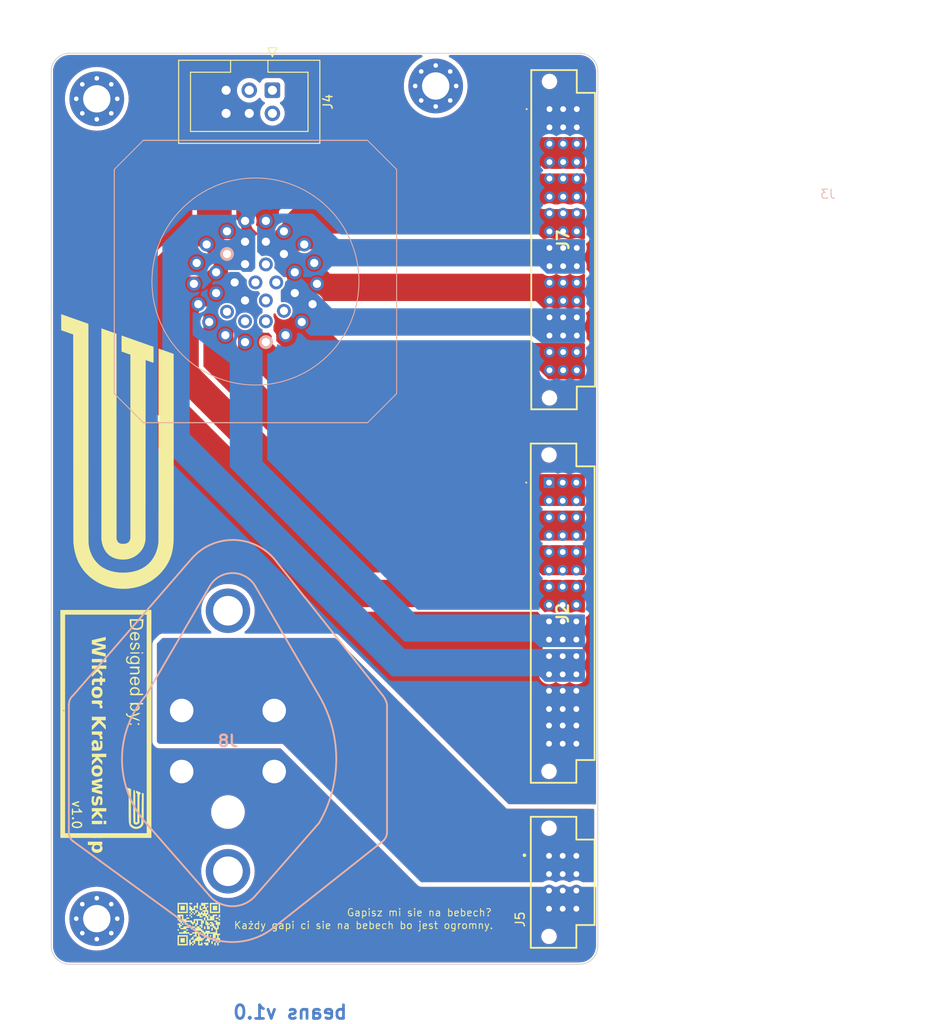
<source format=kicad_pcb>
(kicad_pcb (version 20221018) (generator pcbnew)
  (title_block (rev "${REVISION}") (company "Author:") (comment 1 "Reviewer:"))
  (layers (0 "F.Cu" signal) (1 "In1.Cu" signal) (2 "In2.Cu" signal) (31 "B.Cu" signal) (34 "B.Paste" user) (35 "F.Paste" user) (36 "B.SilkS" user "B.Silkscreen") (37 "F.SilkS" user "F.Silkscreen") (38 "B.Mask" user) (39 "F.Mask" user) (44 "Edge.Cuts" user))
  (property "REVISION" "1.0")
  (net 0 "")
  (net 1 "/AIR PRESSURE 24VDC")
  (net 2 "/BSPD 24VDC")
  (net 3 "/ASMS SOURCE")
  (net 4 "/PC 24VDC 1")
  (net 5 "/BRAKE BALANCE 24VDC")
  (net 6 "/PC 24VDC 3")
  (net 7 "/PC 24VDC 5")
  (net 9 "/INVERTER 1 24VDC")
  (net 10 "/HV LOGIKA 1 24VDC")
  (net 11 "/ASMS IN")
  (net 12 "/CAN_+")
  (net 13 "/CAN_-")
  (net 15 "/+24V")
  (net 16 "/GND")
  (net 17 "/REARBOX 5 24VDC")
  (net 19 "/FAN")
  (net 20 "/PUMP_1")
  (net 21 "/PUMP_2")
  (footprint "UPT-08-07-01-L-V:UPS0807001LV" (layer "F.Cu") (at 153.65 77.13 90)
    (fp_text reference "J2" (at -14.335 1.5 90) (layer "F.SilkS") (effects (font (size 1.27 1.27) (thickness 0.254))))
    (fp_text value "UPS-08-07.0-01-L-V" hide)
    (pad "" np_thru_hole circle (at -31.705 0 90) (size 1.19 1.19) (drill 1.19) (layers "*.Cu" "*.Mask"))
    (pad "" np_thru_hole circle (at 3.035 0 90) (size 1.19 1.19) (drill 1.19) (layers "*.Cu" "*.Mask"))
    (pad "A1" thru_hole rect (at 0 0 90) (size 1.173 1.173) (drill 0.64) (layers "*.Cu" "*.Mask") (net 3 "/ASMS SOURCE"))
    (pad "A2" thru_hole circle (at 0 1.5 90) (size 1.173 1.173) (drill 0.64) (layers "*.Cu" "*.Mask") (net 3 "/ASMS SOURCE"))
    (pad "A3" thru_hole circle (at 0 3 90) (size 1.173 1.173) (drill 0.64) (layers "*.Cu" "*.Mask") (net 3 "/ASMS SOURCE"))
    (pad "A4" thru_hole circle (at -2 0 90) (size 1.173 1.173) (drill 0.64) (layers "*.Cu" "*.Mask") (net 3 "/ASMS SOURCE"))
    (pad "A5" thru_hole circle (at -2 1.5 90) (size 1.173 1.173) (drill 0.64) (layers "*.Cu" "*.Mask") (net 3 "/ASMS SOURCE"))
    (pad "A6" thru_hole circle (at -2 3 90) (size 1.173 1.173) (drill 0.64) (layers "*.Cu" "*.Mask") (net 3 "/ASMS SOURCE"))
    (pad "B1" thru_hole circle (at -3.81 0 90) (size 1.173 1.173) (drill 0.64) (layers "*.Cu" "*.Mask") (net 21 "/PUMP_2"))
    (pad "B2" thru_hole circle (at -3.81 1.5 90) (size 1.173 1.173) (drill 0.64) (layers "*.Cu" "*.Mask") (net 21 "/PUMP_2"))
    (pad "B3" thru_hole circle (at -3.81 3 90) (size 1.173 1.173) (drill 0.64) (layers "*.Cu" "*.Mask") (net 21 "/PUMP_2"))
    (pad "B4" thru_hole circle (at -5.81 0 90) (size 1.173 1.173) (drill 0.64) (layers "*.Cu" "*.Mask") (net 21 "/PUMP_2"))
    (pad "B5" thru_hole circle (at -5.81 1.5 90) (size 1.173 1.173) (drill 0.64) (layers "*.Cu" "*.Mask") (net 21 "/PUMP_2"))
    (pad "B6" thru_hole circle (at -5.81 3 90) (size 1.173 1.173) (drill 0.64) (layers "*.Cu" "*.Mask") (net 21 "/PUMP_2"))
    (pad "C1" thru_hole circle (at -7.62 0 90) (size 1.173 1.173) (drill 0.64) (layers "*.Cu" "*.Mask") (net 1 "/AIR PRESSURE 24VDC"))
    (pad "C2" thru_hole circle (at -7.62 1.5 90) (size 1.173 1.173) (drill 0.64) (layers "*.Cu" "*.Mask") (net 1 "/AIR PRESSURE 24VDC"))
    (pad "C3" thru_hole circle (at -7.62 3 90) (size 1.173 1.173) (drill 0.64) (layers "*.Cu" "*.Mask") (net 1 "/AIR PRESSURE 24VDC"))
    (pad "C4" thru_hole circle (at -9.62 0 90) (size 1.173 1.173) (drill 0.64) (layers "*.Cu" "*.Mask") (net 1 "/AIR PRESSURE 24VDC"))
    (pad "C5" thru_hole circle (at -9.62 1.5 90) (size 1.173 1.173) (drill 0.64) (layers "*.Cu" "*.Mask") (net 1 "/AIR PRESSURE 24VDC"))
    (pad "C6" thru_hole circle (at -9.62 3 90) (size 1.173 1.173) (drill 0.64) (layers "*.Cu" "*.Mask") (net 1 "/AIR PRESSURE 24VDC"))
    (pad "D1" thru_hole circle (at -11.43 0 90) (size 1.173 1.173) (drill 0.64) (layers "*.Cu" "*.Mask") (net 17 "/REARBOX 5 24VDC"))
    (pad "D2" thru_hole circle (at -11.43 1.5 90) (size 1.173 1.173) (drill 0.64) (layers "*.Cu" "*.Mask") (net 17 "/REARBOX 5 24VDC"))
    (pad "D3" thru_hole circle (at -11.43 3 90) (size 1.173 1.173) (drill 0.64) (layers "*.Cu" "*.Mask") (net 17 "/REARBOX 5 24VDC"))
    (pad "D4" thru_hole circle (at -13.43 0 90) (size 1.173 1.173) (drill 0.64) (layers "*.Cu" "*.Mask") (net 17 "/REARBOX 5 24VDC"))
    (pad "D5" thru_hole circle (at -13.43 1.5 90) (size 1.173 1.173) (drill 0.64) (layers "*.Cu" "*.Mask") (net 17 "/REARBOX 5 24VDC"))
    (pad "D6" thru_hole circle (at -13.43 3 90) (size 1.173 1.173) (drill 0.64) (layers "*.Cu" "*.Mask") (net 17 "/REARBOX 5 24VDC"))
    (pad "E1" thru_hole circle (at -15.24 0 90) (size 1.173 1.173) (drill 0.64) (layers "*.Cu" "*.Mask") (net 10 "/HV LOGIKA 1 24VDC"))
    (pad "E2" thru_hole circle (at -15.24 1.5 90) (size 1.173 1.173) (drill 0.64) (layers "*.Cu" "*.Mask") (net 10 "/HV LOGIKA 1 24VDC"))
    (pad "E3" thru_hole circle (at -15.24 3 90) (size 1.173 1.173) (drill 0.64) (layers "*.Cu" "*.Mask") (net 10 "/HV LOGIKA 1 24VDC"))
    (pad "E4" thru_hole circle (at -17.24 0 90) (size 1.173 1.173) (drill 0.64) (layers "*.Cu" "*.Mask") (net 10 "/HV LOGIKA 1 24VDC"))
    (pad "E5" thru_hole circle (at -17.24 1.5 90) (size 1.173 1.173) (drill 0.64) (layers "*.Cu" "*.Mask") (net 10 "/HV LOGIKA 1 24VDC"))
    (pad "E6" thru_hole circle (at -17.24 3 90) (size 1.173 1.173) (drill 0.64) (layers "*.Cu" "*.Mask") (net 10 "/HV LOGIKA 1 24VDC"))
    (pad "F1" thru_hole circle (at -19.05 0 90) (size 1.173 1.173) (drill 0.64) (layers "*.Cu" "*.Mask") (net 2 "/BSPD 24VDC"))
    (pad "F2" thru_hole circle (at -19.05 1.5 90) (size 1.173 1.173) (drill 0.64) (layers "*.Cu" "*.Mask") (net 2 "/BSPD 24VDC"))
    (pad "F3" thru_hole circle (at -19.05 3 90) (size 1.173 1.173) (drill 0.64) (layers "*.Cu" "*.Mask") (net 2 "/BSPD 24VDC"))
    (pad "F4" thru_hole circle (at -21.05 0 90) (size 1.173 1.173) (drill 0.64) (layers "*.Cu" "*.Mask") (net 2 "/BSPD 24VDC"))
    (pad "F5" thru_hole circle (at -21.05 1.5 90) (size 1.173 1.173) (drill 0.64) (layers "*.Cu" "*.Mask") (net 2 "/BSPD 24VDC"))
    (pad "F6" thru_hole circle (at -21.05 3 90) (size 1.173 1.173) (drill 0.64) (layers "*.Cu" "*.Mask") (net 2 "/BSPD 24VDC"))
    (pad "G1" thru_hole circle (at -22.86 0 90) (size 1.173 1.173) (drill 0.64) (layers "*.Cu" "*.Mask") (net 16 "/GND"))
    (pad "G2" thru_hole circle (at -22.86 1.5 90) (size 1.173 1.173) (drill 0.64) (layers "*.Cu" "*.Mask") (net 16 "/GND"))
    (pad "G3" thru_hole circle (at -22.86 3 90) (size 1.173 1.173) (drill 0.64) (layers "*.Cu" "*.Mask") (net 16 "/GND"))
    (pad "G4" thru_hole circle (at -24.86 0 90) (size 1.173 1.173) (drill 0.64) (layers "*.Cu" "*.Mask") (net 16 "/GND"))
    (pad "G5" thru_hole circle (at -24.86 1.5 90) (size 1.173 1.173) (drill 0.64) (layers "*.Cu" "*.Mask" "Eco1.User") (net 16 "/GND"))
    (pad "G6" thru_hole circle (at -24.86 3 90) (size 1.173 1.173) (drill 0.64) (layers "*.Cu" "*.Mask") (net 16 "/GND"))
    (pad "H1" thru_hole circle (at -26.67 0 90) (size 1.173 1.173) (drill 0.64) (layers "*.Cu" "*.Mask") (net 16 "/GND"))
    (pad "H2" thru_hole circle (at -26.67 1.5 90) (size 1.173 1.173) (drill 0.64) (layers "*.Cu" "*.Mask") (net 16 "/GND"))
    (pad "H3" thru_hole circle (at -26.67 3 90) (size 1.173 1.173) (drill 0.64) (layers "*.Cu" "*.Mask") (net 16 "/GND"))
    (pad "H4" thru_hole circle (at -28.67 0 90) (size 1.173 1.173) (drill 0.64) (layers "*.Cu" "*.Mask") (net 16 "/GND"))
    (pad "H5" thru_hole circle (at -28.67 1.5 90) (size 1.173 1.173) (drill 0.64) (layers "*.Cu" "*.Mask") (net 16 "/GND"))
    (pad "H6" thru_hole circle (at -28.67 3 90) (size 1.173 1.173) (drill 0.64) (layers "*.Cu" "*.Mask") (net 16 "/GND"))
  )
  (footprint "UPT-08-07-01-L-V:UPS0807001LV" (layer "F.Cu") (at 153.7 36.13 90)
    (fp_text reference "J7" (at -14.335 1.5 90) (layer "F.SilkS") (effects (font (size 1.27 1.27) (thickness 0.254))))
    (fp_text value "UPS-08-07.0-01-L-V" hide)
    (pad "" np_thru_hole circle (at -31.705 0 90) (size 1.19 1.19) (drill 1.19) (layers "*.Cu" "*.Mask"))
    (pad "" np_thru_hole circle (at 3.035 0 90) (size 1.19 1.19) (drill 1.19) (layers "*.Cu" "*.Mask"))
    (pad "A1" thru_hole rect (at 0 0 90) (size 1.173 1.173) (drill 0.64) (layers "*.Cu" "*.Mask") (net 16 "/GND"))
    (pad "A2" thru_hole circle (at 0 1.5 90) (size 1.173 1.173) (drill 0.64) (layers "*.Cu" "*.Mask") (net 16 "/GND"))
    (pad "A3" thru_hole circle (at 0 3 90) (size 1.173 1.173) (drill 0.64) (layers "*.Cu" "*.Mask") (net 16 "/GND"))
    (pad "A4" thru_hole circle (at -2 0 90) (size 1.173 1.173) (drill 0.64) (layers "*.Cu" "*.Mask") (net 16 "/GND"))
    (pad "A5" thru_hole circle (at -2 1.5 90) (size 1.173 1.173) (drill 0.64) (layers "*.Cu" "*.Mask") (net 16 "/GND"))
    (pad "A6" thru_hole circle (at -2 3 90) (size 1.173 1.173) (drill 0.64) (layers "*.Cu" "*.Mask") (net 16 "/GND"))
    (pad "B1" thru_hole circle (at -3.81 0 90) (size 1.173 1.173) (drill 0.64) (layers "*.Cu" "*.Mask") (net 20 "/PUMP_1"))
    (pad "B2" thru_hole circle (at -3.81 1.5 90) (size 1.173 1.173) (drill 0.64) (layers "*.Cu" "*.Mask") (net 20 "/PUMP_1"))
    (pad "B3" thru_hole circle (at -3.81 3 90) (size 1.173 1.173) (drill 0.64) (layers "*.Cu" "*.Mask") (net 20 "/PUMP_1"))
    (pad "B4" thru_hole circle (at -5.81 0 90) (size 1.173 1.173) (drill 0.64) (layers "*.Cu" "*.Mask") (net 20 "/PUMP_1"))
    (pad "B5" thru_hole circle (at -5.81 1.5 90) (size 1.173 1.173) (drill 0.64) (layers "*.Cu" "*.Mask") (net 20 "/PUMP_1"))
    (pad "B6" thru_hole circle (at -5.81 3 90) (size 1.173 1.173) (drill 0.64) (layers "*.Cu" "*.Mask") (net 20 "/PUMP_1"))
    (pad "C1" thru_hole circle (at -7.62 0 90) (size 1.173 1.173) (drill 0.64) (layers "*.Cu" "*.Mask") (net 7 "/PC 24VDC 5"))
    (pad "C2" thru_hole circle (at -7.62 1.5 90) (size 1.173 1.173) (drill 0.64) (layers "*.Cu" "*.Mask") (net 7 "/PC 24VDC 5"))
    (pad "C3" thru_hole circle (at -7.62 3 90) (size 1.173 1.173) (drill 0.64) (layers "*.Cu" "*.Mask") (net 7 "/PC 24VDC 5"))
    (pad "C4" thru_hole circle (at -9.62 0 90) (size 1.173 1.173) (drill 0.64) (layers "*.Cu" "*.Mask") (net 7 "/PC 24VDC 5"))
    (pad "C5" thru_hole circle (at -9.62 1.5 90) (size 1.173 1.173) (drill 0.64) (layers "*.Cu" "*.Mask") (net 7 "/PC 24VDC 5"))
    (pad "C6" thru_hole circle (at -9.62 3 90) (size 1.173 1.173) (drill 0.64) (layers "*.Cu" "*.Mask") (net 7 "/PC 24VDC 5"))
    (pad "D1" thru_hole circle (at -11.43 0 90) (size 1.173 1.173) (drill 0.64) (layers "*.Cu" "*.Mask") (net 6 "/PC 24VDC 3"))
    (pad "D2" thru_hole circle (at -11.43 1.5 90) (size 1.173 1.173) (drill 0.64) (layers "*.Cu" "*.Mask") (net 6 "/PC 24VDC 3"))
    (pad "D3" thru_hole circle (at -11.43 3 90) (size 1.173 1.173) (drill 0.64) (layers "*.Cu" "*.Mask") (net 6 "/PC 24VDC 3"))
    (pad "D4" thru_hole circle (at -13.43 0 90) (size 1.173 1.173) (drill 0.64) (layers "*.Cu" "*.Mask") (net 6 "/PC 24VDC 3"))
    (pad "D5" thru_hole circle (at -13.43 1.5 90) (size 1.173 1.173) (drill 0.64) (layers "*.Cu" "*.Mask") (net 6 "/PC 24VDC 3"))
    (pad "D6" thru_hole circle (at -13.43 3 90) (size 1.173 1.173) (drill 0.64) (layers "*.Cu" "*.Mask") (net 6 "/PC 24VDC 3"))
    (pad "E1" thru_hole circle (at -15.24 0 90) (size 1.173 1.173) (drill 0.64) (layers "*.Cu" "*.Mask") (net 9 "/INVERTER 1 24VDC"))
    (pad "E2" thru_hole circle (at -15.24 1.5 90) (size 1.173 1.173) (drill 0.64) (layers "*.Cu" "*.Mask") (net 9 "/INVERTER 1 24VDC"))
    (pad "E3" thru_hole circle (at -15.24 3 90) (size 1.173 1.173) (drill 0.64) (layers "*.Cu" "*.Mask") (net 9 "/INVERTER 1 24VDC"))
    (pad "E4" thru_hole circle (at -17.24 0 90) (size 1.173 1.173) (drill 0.64) (layers "*.Cu" "*.Mask") (net 9 "/INVERTER 1 24VDC"))
    (pad "E5" thru_hole circle (at -17.24 1.5 90) (size 1.173 1.173) (drill 0.64) (layers "*.Cu" "*.Mask") (net 9 "/INVERTER 1 24VDC"))
    (pad "E6" thru_hole circle (at -17.24 3 90) (size 1.173 1.173) (drill 0.64) (layers "*.Cu" "*.Mask") (net 9 "/INVERTER 1 24VDC"))
    (pad "F1" thru_hole circle (at -19.05 0 90) (size 1.173 1.173) (drill 0.64) (layers "*.Cu" "*.Mask") (net 5 "/BRAKE BALANCE 24VDC"))
    (pad "F2" thru_hole circle (at -19.05 1.5 90) (size 1.173 1.173) (drill 0.64) (layers "*.Cu" "*.Mask") (net 5 "/BRAKE BALANCE 24VDC"))
    (pad "F3" thru_hole circle (at -19.05 3 90) (size 1.173 1.173) (drill 0.64) (layers "*.Cu" "*.Mask") (net 5 "/BRAKE BALANCE 24VDC"))
    (pad "F4" thru_hole circle (at -21.05 0 90) (size 1.173 1.173) (drill 0.64) (layers "*.Cu" "*.Mask") (net 5 "/BRAKE BALANCE 24VDC"))
    (pad "F5" thru_hole circle (at -21.05 1.5 90) (size 1.173 1.173) (drill 0.64) (layers "*.Cu" "*.Mask") (net 5 "/BRAKE BALANCE 24VDC"))
    (pad "F6" thru_hole circle (at -21.05 3 90) (size 1.173 1.173) (drill 0.64) (layers "*.Cu" "*.Mask") (net 5 "/BRAKE BALANCE 24VDC"))
    (pad "G1" thru_hole circle (at -22.86 0 90) (size 1.173 1.173) (drill 0.64) (layers "*.Cu" "*.Mask") (net 4 "/PC 24VDC 1"))
    (pad "G2" thru_hole circle (at -22.86 1.5 90) (size 1.173 1.173) (drill 0.64) (layers "*.Cu" "*.Mask") (net 4 "/PC 24VDC 1"))
    (pad "G3" thru_hole circle (at -22.86 3 90) (size 1.173 1.173) (drill 0.64) (layers "*.Cu" "*.Mask") (net 4 "/PC 24VDC 1"))
    (pad "G4" thru_hole circle (at -24.86 0 90) (size 1.173 1.173) (drill 0.64) (layers "*.Cu" "*.Mask") (net 4 "/PC 24VDC 1"))
    (pad "G5" thru_hole circle (at -24.86 1.5 90) (size 1.173 1.173) (drill 0.64) (layers "*.Cu" "*.Mask") (net 4 "/PC 24VDC 1"))
    (pad "G6" thru_hole circle (at -24.86 3 90) (size 1.173 1.173) (drill 0.64) (layers "*.Cu" "*.Mask") (net 4 "/PC 24VDC 1"))
    (pad "H1" thru_hole circle (at -26.67 0 90) (size 1.173 1.173) (drill 0.64) (layers "*.Cu" "*.Mask") (net 19 "/FAN"))
    (pad "H2" thru_hole circle (at -26.67 1.5 90) (size 1.173 1.173) (drill 0.64) (layers "*.Cu" "*.Mask") (net 19 "/FAN"))
    (pad "H3" thru_hole circle (at -26.67 3 90) (size 1.173 1.173) (drill 0.64) (layers "*.Cu" "*.Mask") (net 19 "/FAN"))
    (pad "H4" thru_hole circle (at -28.67 0 90) (size 1.173 1.173) (drill 0.64) (layers "*.Cu" "*.Mask") (net 19 "/FAN"))
    (pad "H5" thru_hole circle (at -28.67 1.5 90) (size 1.173 1.173) (drill 0.64) (layers "*.Cu" "*.Mask") (net 19 "/FAN"))
    (pad "H6" thru_hole circle (at -28.67 3 90) (size 1.173 1.173) (drill 0.64) (layers "*.Cu" "*.Mask") (net 19 "/FAN"))
  )
  (footprint "MountingHole:MountingHole_3mm_Pad_Via" (layer "F.Cu") (at 141.20901 33.59099)
    (fp_text reference "xd1" hide)
    (fp_text value "MountingHole_3mm_Pad_Via")
    (pad "1" thru_hole circle (at -2.25 0) (size 0.8 0.8) (drill 0.5) (layers "*.Cu" "*.Mask"))
    (pad "1" thru_hole circle (at -1.59099 -1.59099) (size 0.8 0.8) (drill 0.5) (layers "*.Cu" "*.Mask"))
    (pad "1" thru_hole circle (at -1.59099 1.59099) (size 0.8 0.8) (drill 0.5) (layers "*.Cu" "*.Mask"))
    (pad "1" thru_hole circle (at 0 -2.25) (size 0.8 0.8) (drill 0.5) (layers "*.Cu" "*.Mask"))
    (pad "1" thru_hole circle (at 0 0) (size 6 6) (drill 3) (layers "*.Cu" "*.Mask"))
    (pad "1" thru_hole circle (at 0 2.25) (size 0.8 0.8) (drill 0.5) (layers "*.Cu" "*.Mask"))
    (pad "1" thru_hole circle (at 1.59099 -1.59099) (size 0.8 0.8) (drill 0.5) (layers "*.Cu" "*.Mask"))
    (pad "1" thru_hole circle (at 1.59099 1.59099) (size 0.8 0.8) (drill 0.5) (layers "*.Cu" "*.Mask"))
    (pad "1" thru_hole circle (at 2.25 0) (size 0.8 0.8) (drill 0.5) (layers "*.Cu" "*.Mask"))
  )
  (footprint "quirk:obamna" (layer "F.Cu") (at 115.2 125.6)
    (fp_text reference "G***" hide)
    (fp_text value "LOGO" hide)
  )
  (footprint "MountingHole:MountingHole_3mm_Pad_Via" (layer "F.Cu") (at 104 125)
    (fp_text reference "xd3" hide)
    (fp_text value "MountingHole_3mm_Pad_Via")
    (pad "1" thru_hole circle (at -2.25 0) (size 0.8 0.8) (drill 0.5) (layers "*.Cu" "*.Mask"))
    (pad "1" thru_hole circle (at -1.59099 -1.59099) (size 0.8 0.8) (drill 0.5) (layers "*.Cu" "*.Mask"))
    (pad "1" thru_hole circle (at -1.59099 1.59099) (size 0.8 0.8) (drill 0.5) (layers "*.Cu" "*.Mask"))
    (pad "1" thru_hole circle (at 0 -2.25) (size 0.8 0.8) (drill 0.5) (layers "*.Cu" "*.Mask"))
    (pad "1" thru_hole circle (at 0 0) (size 6 6) (drill 3) (layers "*.Cu" "*.Mask"))
    (pad "1" thru_hole circle (at 0 2.25) (size 0.8 0.8) (drill 0.5) (layers "*.Cu" "*.Mask"))
    (pad "1" thru_hole circle (at 1.59099 -1.59099) (size 0.8 0.8) (drill 0.5) (layers "*.Cu" "*.Mask"))
    (pad "1" thru_hole circle (at 1.59099 1.59099) (size 0.8 0.8) (drill 0.5) (layers "*.Cu" "*.Mask"))
    (pad "1" thru_hole circle (at 2.25 0) (size 0.8 0.8) (drill 0.5) (layers "*.Cu" "*.Mask"))
  )
  (footprint "UPS-02-07.0-01-L-V:SAMTEC_UPS-02-XX.X-X-X-V" (layer "F.Cu") (at 153.65 121.01 90)
    (fp_text reference "J5" (at -4.075 -3.175 90) (layer "F.SilkS"))
    (fp_text value "+24V OUT")
    (pad "" np_thru_hole circle (at -5.94 0 90) (size 1.19 1.19) (drill 1.19) (layers "*.Cu" "*.Mask"))
    (pad "" np_thru_hole circle (at 5.94 0 90) (size 1.19 1.19) (drill 1.19) (layers "*.Cu" "*.Mask"))
    (pad "1" thru_hole circle (at 0.905 0 90) (size 1.27 1.27) (drill 0.64) (layers "*.Cu" "*.Mask") (net 15 "/+24V"))
    (pad "1" thru_hole circle (at 0.905 1.5 90) (size 1.27 1.27) (drill 0.64) (layers "*.Cu" "*.Mask") (net 15 "/+24V"))
    (pad "1" thru_hole circle (at 0.905 3 90) (size 1.27 1.27) (drill 0.64) (layers "*.Cu" "*.Mask") (net 15 "/+24V"))
    (pad "1" thru_hole circle (at 2.905 0 90) (size 1.27 1.27) (drill 0.64) (layers "*.Cu" "*.Mask") (net 15 "/+24V"))
    (pad "1" thru_hole circle (at 2.905 1.5 90) (size 1.27 1.27) (drill 0.64) (layers "*.Cu" "*.Mask") (net 15 "/+24V"))
    (pad "1" thru_hole circle (at 2.905 3 90) (size 1.27 1.27) (drill 0.64) (layers "*.Cu" "*.Mask") (net 15 "/+24V"))
    (pad "2" thru_hole circle (at -2.905 0 90) (size 1.27 1.27) (drill 0.64) (layers "*.Cu" "*.Mask") (net 16 "/GND"))
    (pad "2" thru_hole circle (at -2.905 1.5 90) (size 1.27 1.27) (drill 0.64) (layers "*.Cu" "*.Mask") (net 16 "/GND"))
    (pad "2" thru_hole circle (at -2.905 3 90) (size 1.27 1.27) (drill 0.64) (layers "*.Cu" "*.Mask") (net 16 "/GND"))
    (pad "2" thru_hole circle (at -0.905 0 90) (size 1.27 1.27) (drill 0.64) (layers "*.Cu" "*.Mask") (net 16 "/GND"))
    (pad "2" thru_hole circle (at -0.905 1.5 90) (size 1.27 1.27) (drill 0.64) (layers "*.Cu" "*.Mask") (net 16 "/GND"))
    (pad "2" thru_hole circle (at -0.905 3 90) (size 1.27 1.27) (drill 0.64) (layers "*.Cu" "*.Mask") (net 16 "/GND"))
  )
  (footprint "Logos:SignatureBox25mm" (layer "F.Cu") (at 105 103.6 -90)
    (fp_text reference "G***" hide)
    (fp_text value "LOGO" hide)
  )
  (footprint "MountingHole:MountingHole_3mm_Pad_Via" (layer "F.Cu") (at 104 35)
    (fp_text reference "xd2" hide)
    (fp_text value "MountingHole_3mm_Pad_Via")
    (pad "1" thru_hole circle (at -2.25 0) (size 0.8 0.8) (drill 0.5) (layers "*.Cu" "*.Mask"))
    (pad "1" thru_hole circle (at -1.59099 -1.59099) (size 0.8 0.8) (drill 0.5) (layers "*.Cu" "*.Mask"))
    (pad "1" thru_hole circle (at -1.59099 1.59099) (size 0.8 0.8) (drill 0.5) (layers "*.Cu" "*.Mask"))
    (pad "1" thru_hole circle (at 0 -2.25) (size 0.8 0.8) (drill 0.5) (layers "*.Cu" "*.Mask"))
    (pad "1" thru_hole circle (at 0 0) (size 6 6) (drill 3) (layers "*.Cu" "*.Mask"))
    (pad "1" thru_hole circle (at 0 2.25) (size 0.8 0.8) (drill 0.5) (layers "*.Cu" "*.Mask"))
    (pad "1" thru_hole circle (at 1.59099 -1.59099) (size 0.8 0.8) (drill 0.5) (layers "*.Cu" "*.Mask"))
    (pad "1" thru_hole circle (at 1.59099 1.59099) (size 0.8 0.8) (drill 0.5) (layers "*.Cu" "*.Mask"))
    (pad "1" thru_hole circle (at 2.25 0) (size 0.8 0.8) (drill 0.5) (layers "*.Cu" "*.Mask"))
  )
  (footprint "Connector_IDC:IDC-Header_2x03_P2.54mm_Vertical" (layer "F.Cu") (at 123.28 34.06 -90)
    (fp_text reference "J4" (at 1.27 -6.1 90) (layer "F.SilkS"))
    (fp_text value "Conn_01x06")
    (pad "1" thru_hole roundrect (at 0 0 270) (size 1.7 1.7) (drill 1) (layers "*.Cu" "*.Mask") (roundrect_rratio 0.147059) (net 12 "/CAN_+"))
    (pad "2" thru_hole circle (at 2.54 0 270) (size 1.7 1.7) (drill 1) (layers "*.Cu" "*.Mask") (net 13 "/CAN_-"))
    (pad "3" thru_hole circle (at 0 2.54 270) (size 1.7 1.7) (drill 1) (layers "*.Cu" "*.Mask") (net 11 "/ASMS IN"))
    (pad "4" thru_hole circle (at 2.54 2.54 270) (size 1.7 1.7) (drill 1) (layers "*.Cu" "*.Mask") (net 16 "/GND"))
    (pad "5" thru_hole circle (at 0 5.08 270) (size 1.7 1.7) (drill 1) (layers "*.Cu" "*.Mask") (net 16 "/GND"))
    (pad "6" thru_hole circle (at 2.54 5.08 270) (size 1.7 1.7) (drill 1) (layers "*.Cu" "*.Mask") (net 16 "/GND"))
  )
  (footprint "Logos:PUTM_LOGO_35mm" (layer "F.Cu") (at 106.6 72.8 -90)
    (fp_text reference "G***" hide)
    (fp_text value "LOGO" hide)
  )
  (footprint "3RD_party:37 PIN DEUTSCH" (layer "B.Cu") (at 121.42 55.055 180)
    (fp_text reference "J3" (at -62.8616 9.5936 unlocked) (layer "B.SilkS") (effects (font (thickness 0.1)) (justify mirror)))
    (fp_text value "Conn_02x18_Counter_Clockwise")
    (pad "1" thru_hole circle (at 1.143 6.6548 180) (size 1.524 1.524) (drill 0.9) (layers "*.Cu" "*.Mask") (net 16 "/GND"))
    (pad "2" thru_hole circle (at 3.1242 5.5118 180) (size 1.524 1.524) (drill 0.9) (layers "*.Cu" "*.Mask") (net 20 "/PUMP_1"))
    (pad "3" thru_hole circle (at 5.3594 4.064 180) (size 1.524 1.524) (drill 0.9) (layers "*.Cu" "*.Mask") (net 20 "/PUMP_1"))
    (pad "4" thru_hole circle (at 6.4516 2.032 180) (size 1.524 1.524) (drill 0.9) (layers "*.Cu" "*.Mask") (net 17 "/REARBOX 5 24VDC"))
    (pad "5" thru_hole circle (at 6.7564 -0.254 180) (size 1.524 1.524) (drill 0.9) (layers "*.Cu" "*.Mask") (net 1 "/AIR PRESSURE 24VDC"))
    (pad "6" thru_hole circle (at 6.2738 -2.4892 180) (size 1.524 1.524) (drill 0.9) (layers "*.Cu" "*.Mask") (net 1 "/AIR PRESSURE 24VDC"))
    (pad "7" thru_hole circle (at 5.08 -4.445 180) (size 1.524 1.524) (drill 0.9) (layers "*.Cu" "*.Mask") (net 21 "/PUMP_2"))
    (pad "8" thru_hole circle (at 3.302 -5.8928 180) (size 1.524 1.524) (drill 0.9) (layers "*.Cu" "*.Mask") (net 21 "/PUMP_2"))
    (pad "9" thru_hole circle (at 1.143 -6.6548 180) (size 1.524 1.524) (drill 0.9) (layers "*.Cu" "*.Mask") (net 3 "/ASMS SOURCE"))
    (pad "10" thru_hole circle (at -1.143 -6.6548 180) (size 1.524 1.524) (drill 0.9) (layers "*.Cu" "*.Mask" "B.SilkS") (net 3 "/ASMS SOURCE"))
    (pad "11" thru_hole circle (at -3.302 -5.8928 180) (size 1.524 1.524) (drill 0.9) (layers "*.Cu" "*.Mask") (net 19 "/FAN"))
    (pad "12" thru_hole circle (at -5.08 -4.445 180) (size 1.524 1.524) (drill 0.9) (layers "*.Cu" "*.Mask") (net 19 "/FAN"))
    (pad "13" thru_hole circle (at -6.2738 -2.4892 180) (size 1.524 1.524) (drill 0.9) (layers "*.Cu" "*.Mask") (net 4 "/PC 24VDC 1"))
    (pad "14" thru_hole circle (at -6.7564 -0.254 180) (size 1.524 1.524) (drill 0.9) (layers "*.Cu" "*.Mask") (net 5 "/BRAKE BALANCE 24VDC"))
    (pad "15" thru_hole circle (at -6.4516 2.032 180) (size 1.524 1.524) (drill 0.9) (layers "*.Cu" "*.Mask") (net 5 "/BRAKE BALANCE 24VDC"))
    (pad "16" thru_hole circle (at -5.3594 4.064 180) (size 1.524 1.524) (drill 0.9) (layers "*.Cu" "*.Mask") (net 6 "/PC 24VDC 3"))
    (pad "17" thru_hole circle (at -3.1242 5.5118 180) (size 1.524 1.524) (drill 0.9) (layers "*.Cu" "*.Mask") (net 6 "/PC 24VDC 3"))
    (pad "18" thru_hole circle (at -1.143 6.6548 180) (size 1.524 1.524) (drill 0.9) (layers "*.Cu" "*.Mask") (net 7 "/PC 24VDC 5"))
    (pad "19" thru_hole circle (at 1.143 4.3688 180) (size 1.524 1.524) (drill 0.9) (layers "*.Cu" "*.Mask") (net 2 "/BSPD 24VDC"))
    (pad "20" thru_hole circle (at 3.1242 3.0226 180) (size 1.524 1.524) (drill 0.9) (layers "*.Cu" "*.Mask" "B.SilkS") (net 2 "/BSPD 24VDC"))
    (pad "21" thru_hole circle (at 4.318 1.016 180) (size 1.524 1.524) (drill 0.9) (layers "*.Cu" "*.Mask") (net 1 "/AIR PRESSURE 24VDC"))
    (pad "22" thru_hole circle (at 4.318 -1.27 180) (size 1.524 1.524) (drill 0.9) (layers "*.Cu" "*.Mask") (net 1 "/AIR PRESSURE 24VDC"))
    (pad "23" thru_hole circle (at 3.1242 -3.32258 180) (size 1.524 1.524) (drill 0.9) (layers "*.Cu" "*.Mask"))
    (pad "24" thru_hole circle (at 1.143 -4.3688 180) (size 1.524 1.524) (drill 0.9) (layers "*.Cu" "*.Mask"))
    (pad "25" thru_hole circle (at -1.143 -4.3688 180) (size 1.524 1.524) (drill 0.9) (layers "*.Cu" "*.Mask"))
    (pad "26" thru_hole circle (at -3.1242 -3.2258 180) (size 1.524 1.524) (drill 0.9) (layers "*.Cu" "*.Mask"))
    (pad "27" thru_hole circle (at -4.318 -1.27 180) (size 1.524 1.524) (drill 0.9) (layers "*.Cu" "*.Mask") (net 4 "/PC 24VDC 1"))
    (pad "28" thru_hole circle (at -4.318 1.016 180) (size 1.524 1.524) (drill 0.9) (layers "*.Cu" "*.Mask") (net 5 "/BRAKE BALANCE 24VDC"))
    (pad "29" thru_hole circle (at -3.1242 3.0226 180) (size 1.524 1.524) (drill 0.9) (layers "*.Cu" "*.Mask") (net 9 "/INVERTER 1 24VDC"))
    (pad "30" thru_hole circle (at -1.143 4.3688 180) (size 1.524 1.524) (drill 0.9) (layers "*.Cu" "*.Mask") (net 9 "/INVERTER 1 24VDC"))
    (pad "31" thru_hole circle (at 1.143 1.905 180) (size 1.524 1.524) (drill 0.9) (layers "*.Cu" "*.Mask") (net 2 "/BSPD 24VDC"))
    (pad "32" thru_hole circle (at 2.286 -0.1016 180) (size 1.524 1.524) (drill 0.9) (layers "*.Cu" "*.Mask") (net 10 "/HV LOGIKA 1 24VDC"))
    (pad "33" thru_hole circle (at 1.143 -2.0828 180) (size 1.524 1.524) (drill 0.9) (layers "*.Cu" "*.Mask") (net 10 "/HV LOGIKA 1 24VDC"))
    (pad "34" thru_hole circle (at -1.143 -2.0828 180) (size 1.524 1.524) (drill 0.9) (layers "*.Cu" "*.Mask" "F.Adhes"))
    (pad "35" thru_hole circle (at -2.286 -0.1016 180) (size 1.524 1.524) (drill 0.9) (layers "*.Cu" "*.Mask") (net 11 "/ASMS IN"))
    (pad "36" thru_hole circle (at -1.143 1.8796 180) (size 1.524 1.524) (drill 0.9) (layers "*.Cu" "*.Mask") (net 12 "/CAN_+"))
    (pad "37" thru_hole circle (at 0 -0.1016 180) (size 1.524 1.524) (drill 0.9) (layers "*.Cu" "*.Mask") (net 13 "/CAN_-"))
  )
  (footprint "DTP10-4P:DTP104P" (layer "B.Cu") (at 113.32 102.15 180)
    (fp_text reference "J8" (at -5.079 -3.346) (layer "B.SilkS") (effects (font (size 1.27 1.27) (thickness 0.254)) (justify mirror)))
    (fp_text value "+24V IN" hide)
    (pad "" np_thru_hole circle (at -5.08 -11.15 180) (size 3.2 3.2) (drill 3.2) (layers "*.Cu" "*.Mask"))
    (pad "1" thru_hole circle (at -10.16 0 180) (size 3.87 3.87) (drill 2.58) (layers "*.Cu" "*.Mask") (net 15 "/+24V"))
    (pad "1" thru_hole rect (at 0 0 180) (size 3.87 3.87) (drill 2.58) (layers "*.Cu" "*.Mask") (net 15 "/+24V"))
    (pad "2" thru_hole circle (at -10.16 -6.7 180) (size 3.87 3.87) (drill 2.58) (layers "*.Cu" "*.Mask") (net 16 "/GND"))
    (pad "2" thru_hole circle (at 0 -6.7 180) (size 3.87 3.87) (drill 2.58) (layers "*.Cu" "*.Mask") (net 16 "/GND"))
    (pad "MH1" thru_hole circle (at -5.08 10.95 180) (size 4.875 4.875) (drill 3.25) (layers "*.Cu" "*.Mask"))
    (pad "MH2" thru_hole circle (at -5.08 -17.65 180) (size 4.875 4.875) (drill 3.25) (layers "*.Cu" "*.Mask"))
  )
  (gr_line (start 101 30) (end 157 30) (stroke (width 0.1)) (layer "Edge.Cuts"))
  (gr_line (start 99 128) (end 99 32) (stroke (width 0.1)) (layer "Edge.Cuts"))
  (gr_line (start 159 32) (end 159 128) (stroke (width 0.1)) (layer "Edge.Cuts"))
  (gr_arc (start 101 130) (mid 99.585786 129.414214) (end 99 128) (stroke (width 0.1)) (layer "Edge.Cuts"))
  (gr_arc (start 159 128) (mid 158.414214 129.414214) (end 157 130) (stroke (width 0.1)) (layer "Edge.Cuts"))
  (gr_arc (start 99 32) (mid 99.585786 30.585786) (end 101 30) (stroke (width 0.1)) (layer "Edge.Cuts"))
  (gr_line (start 157 130) (end 101 130) (stroke (width 0.1)) (layer "Edge.Cuts"))
  (gr_arc (start 157 30) (mid 158.414214 30.585786) (end 159 32) (stroke (width 0.1)) (layer "Edge.Cuts"))
  (gr_text "beans v1.0\n" (at 125.225 136.15) (layer "B.Cu") (effects (font (size 1.5 1.5) (thickness 0.3) bold) (justify bottom mirror)))
  (gr_text "Wiktor Krakowski :p" (at 103.2 94 270) (layer "F.SilkS") (effects (font (size 1.5 1.5) (thickness 0.3) bold) (justify left bottom)))
  (gr_text "Gapisz mi sie na bebech? " (at 131.4 124.8) (layer "F.SilkS") (effects (font (size 0.8 0.8) (thickness 0.1)) (justify left bottom)))
  (gr_text "Każdy gapi ci sie na bebech bo jest ogromny.\n" (at 119 126.2) (layer "F.SilkS") (effects (font (size 0.8 0.8) (thickness 0.1)) (justify left bottom)))
  (gr_text "v${REVISION}" (at 101.2 113.6 -90) (layer "F.SilkS") (effects (font (size 1 1)) (justify bottom)))
  (zone (net 21) (net_name "/PUMP_2") (layer "F.Cu") (priority 8) (connect_pads yes (clearance 0.5)) (min_thickness 0.25) (fill yes (thermal_gap 0.5) (thermal_bridge_width 0.5))
    (polygon (pts (xy 157.6 80.2) (xy 136 80.2) (xy 119 63.2) (xy 119 60.4) (xy 117 58.4) (xy 115.6 58.4) (xy 115.4 58.6) (xy 115.4 64.2) (xy 134.4 83.2) (xy 152.4 83.2) (xy 153 83.8) (xy 157.6 83.8)))
  )
  (zone (net 7) (net_name "/PC 24VDC 5") (layer "F.Cu") (priority 5) (connect_pads yes (clearance 0.5)) (min_thickness 0.25) (fill yes (thermal_gap 0.5) (thermal_bridge_width 0.5))
    (polygon (pts (xy 123.8 43.2) (xy 121.2 45.8) (xy 121.2 48.6) (xy 122 49.4) (xy 123 49.4) (xy 124 48.4) (xy 124 47.3) (xy 125.2 46.2) (xy 152.6 46.2) (xy 153 46.6) (xy 157.6 46.6) (xy 157.6 43.2)))
  )
  (zone (net 19) (net_name "/FAN") (layer "F.Cu") (priority 6) (connect_pads yes (clearance 0.2)) (min_thickness 0.25) (fill yes (thermal_gap 0.5) (thermal_bridge_width 0.5))
    (polygon (pts (xy 157.6 61.8) (xy 130.8 61.8) (xy 126.8 57.8) (xy 123.4 57.8) (xy 123.4 61.6) (xy 126.6 64.8) (xy 152.6 64.8) (xy 153.6 65.8) (xy 157.6 65.8)))
  )
  (zone (net 3) (net_name "/ASMS SOURCE") (layer "F.Cu") (priority 7) (connect_pads yes (clearance 0.5)) (min_thickness 0.25) (fill yes (thermal_gap 0.5) (thermal_bridge_width 0.5))
    (polygon (pts (xy 157.6 76.2) (xy 137.6 76.2) (xy 123.2 61.8) (xy 123.2 61) (xy 122.6 60.4) (xy 119.6 60.4) (xy 119.2 60.8) (xy 119.2 62.6) (xy 120.4 63.8) (xy 120.6 63.8) (xy 136 79.2) (xy 152.2 79.2) (xy 153 80) (xy 157.6 80)))
  )
  (zone (net 17) (net_name "/REARBOX 5 24VDC") (layer "F.Cu") (priority 10) (connect_pads yes (clearance 0.5)) (min_thickness 0.25) (fill yes (thermal_gap 0.5) (thermal_bridge_width 0.5))
    (polygon (pts (xy 157.6 87.8) (xy 133.2 87.8) (xy 111.8 66.4) (xy 111.8 55.6) (xy 113.4 54) (xy 115.4 54) (xy 116.4 53) (xy 116.4 52.8) (xy 115.2 51.6) (xy 111.4 51.6) (xy 108.8 54.2) (xy 108.8 67.8) (xy 131.8 90.8) (xy 152.6 90.8) (xy 153.2 91.4) (xy 157.6 91.4)))
  )
  (zone (net 6) (net_name "/PC 24VDC 3") (layer "F.Cu") (priority 1) (connect_pads yes (clearance 0.5)) (min_thickness 0.25) (fill yes (thermal_gap 0.5) (thermal_bridge_width 0.5))
    (polygon (pts (xy 157.6 46.8) (xy 125.8 46.8) (xy 123.6 49) (xy 123.6 50.2) (xy 124.2 50.8) (xy 125.2 50.8) (xy 126.2 51.8) (xy 127.6 51.8) (xy 128 51.4) (xy 128 50.6) (xy 129 49.8) (xy 130.4 49.8) (xy 152.4 49.8) (xy 153 50.4) (xy 157.6 50.4)))
  )
  (zone (net 20) (net_name "/PUMP_1") (layer "F.Cu") (connect_pads yes (clearance 0.5)) (min_thickness 0.25) (fill yes (thermal_gap 0.5) (thermal_bridge_width 0.5))
    (polygon (pts (xy 157.6 39.2) (xy 116.8 39.2) (xy 115 41) (xy 115 51.4) (xy 115.8 52.2) (xy 116.2 52.2) (xy 118 50.4) (xy 118.8 50.4) (xy 119.4 49.8) (xy 119.4 49) (xy 118.81 48.41) (xy 118.81 44.466539) (xy 120.8 42.4) (xy 152.8 42.4) (xy 153.2 42.8) (xy 157.6 42.8)))
  )
  (zone (net 1) (net_name "/AIR PRESSURE 24VDC") (layer "F.Cu") (priority 9) (connect_pads yes (clearance 0.5)) (min_thickness 0.25) (fill yes (thermal_gap 0.5) (thermal_bridge_width 0.5))
    (polygon (pts (xy 157.6 84) (xy 134.6 84) (xy 115.2 64.6) (xy 115.2 58.4) (xy 115.8 57.8) (xy 117.2 57.8) (xy 118.4 56.6) (xy 118.4 52.8) (xy 116.8 52.8) (xy 115.4 54.2) (xy 113.8 54.2) (xy 112.2 55.8) (xy 112.2 66) (xy 133.2 87) (xy 152.6 87) (xy 153.2 87.6) (xy 157.6 87.6)))
  )
  (zone (net 5) (net_name "/BRAKE BALANCE 24VDC") (layer "F.Cu") (priority 3) (connect_pads yes (clearance 0.5)) (min_thickness 0.25) (fill yes (thermal_gap 0.5) (thermal_bridge_width 0.5))
    (polygon (pts (xy 157.6 54.2) (xy 129.6 54.2) (xy 129.2 53.8) (xy 129.2 52.2) (xy 129 52) (xy 126.4 52) (xy 124.6 53.8) (xy 124.6 54.6) (xy 127.2 57.2) (xy 152.2 57.2) (xy 153 58) (xy 157.6 58)))
  )
  (zone (net 15) (net_name "/+24V") (layers "F.Cu" "In1.Cu" "In2.Cu" "B.Cu") (priority 6) (connect_pads yes (clearance 0.5)) (min_thickness 0.25) (fill yes (thermal_gap 0.5) (thermal_bridge_width 0.5))
    (polygon (pts (xy 139.6 121) (xy 158.6 121) (xy 158.6 112.946742) (xy 149 112.933311) (xy 130.2 94.2) (xy 111.2 94.2) (xy 110.6 94.8) (xy 110.6 105.6) (xy 110.8 105.8) (xy 124.4 105.8)))
  )
  (zone (net 16) (net_name "/GND") (layers "F.Cu" "In1.Cu" "In2.Cu" "B.Cu") (connect_pads yes (clearance 0.5)) (min_thickness 0.25) (fill yes (thermal_gap 0.5) (thermal_bridge_width 0.5))
    (polygon (pts (xy 99 30) (xy 159 30) (xy 159 130) (xy 99 130)))
  )
  (zone (net 9) (net_name "/INVERTER 1 24VDC") (layer "B.Cu") (priority 2) (connect_pads yes (clearance 0.2)) (min_thickness 0.25) (fill yes (thermal_gap 0.5) (thermal_bridge_width 0.5))
    (polygon (pts (xy 157.6 50.4) (xy 130.525 50.4) (xy 127.725 47.6) (xy 123.228125 47.6) (xy 121.6 48.784091) (xy 121.6 51.8) (xy 124.5 54.575) (xy 128.625 54.575) (xy 129.8 53.4) (xy 152.6 53.4) (xy 153.4 54.2) (xy 157.6 54.2)))
  )
  (zone (net 2) (net_name "/BSPD 24VDC") (layer "B.Cu") (priority 12) (connect_pads yes (clearance 0.2)) (min_thickness 0.25) (fill yes (thermal_gap 0.5) (thermal_bridge_width 0.5))
    (polygon (pts (xy 157.6 95.4) (xy 137.8 95.4) (xy 114.2 71.8) (xy 114.2 57.4) (xy 117.8 53.8) (xy 119.8 53.8) (xy 120 54) (xy 121 54) (xy 121.4 53.6) (xy 121.4 49.8) (xy 119.325 47.725) (xy 114.425 47.725) (xy 111.2 50.95) (xy 111.2 73.2) (xy 136.4 98.4) (xy 152.6 98.4) (xy 153.2 99) (xy 157.6 99)))
  )
  (zone (net 4) (net_name "/PC 24VDC 1") (layer "B.Cu") (priority 4) (connect_pads yes (clearance 0.2)) (min_thickness 0.25) (fill yes (thermal_gap 0.5) (thermal_bridge_width 0.5))
    (polygon (pts (xy 157.6 58) (xy 129.8 58) (xy 126.4 54.6) (xy 125.2 54.6) (xy 124.2 55.6) (xy 124.2 57.8) (xy 127.4 61) (xy 151.771429 61) (xy 152.8 61.8) (xy 157.6 61.8)))
  )
  (zone (net 10) (net_name "/HV LOGIKA 1 24VDC") (layer "B.Cu") (priority 11) (connect_pads yes (clearance 0.2)) (min_thickness 0.25) (fill yes (thermal_gap 0.5) (thermal_bridge_width 0.5))
    (polygon (pts (xy 122.2 56.6) (xy 122.2 74.8) (xy 139 91.6) (xy 157.6 91.6) (xy 157.6 95.2) (xy 152.6 95.2) (xy 152 94.6) (xy 137.8 94.6) (xy 118.6 75.4) (xy 118.6 67.5) (xy 118.6 64) (xy 114.525 60.94375) (xy 114.525 55.528125) (xy 118.6 54) (xy 119.6 54)))
  )
)
</source>
